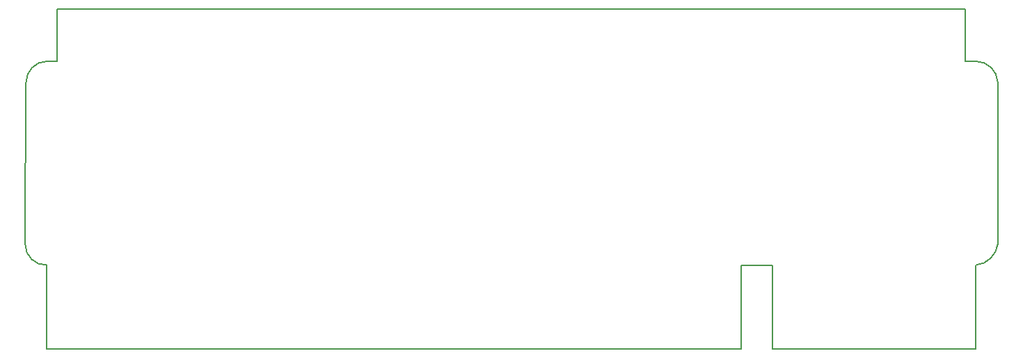
<source format=gbr>
G04 #@! TF.GenerationSoftware,KiCad,Pcbnew,(6.0.6-0)*
G04 #@! TF.CreationDate,2022-10-11T13:41:26+09:00*
G04 #@! TF.ProjectId,MahJamma,4d61684a-616d-46d6-912e-6b696361645f,rev?*
G04 #@! TF.SameCoordinates,Original*
G04 #@! TF.FileFunction,Profile,NP*
%FSLAX46Y46*%
G04 Gerber Fmt 4.6, Leading zero omitted, Abs format (unit mm)*
G04 Created by KiCad (PCBNEW (6.0.6-0)) date 2022-10-11 13:41:26*
%MOMM*%
%LPD*%
G01*
G04 APERTURE LIST*
G04 #@! TA.AperFunction,Profile*
%ADD10C,0.200000*%
G04 #@! TD*
G04 APERTURE END LIST*
D10*
X182880000Y-81280000D02*
X186690000Y-81280000D01*
X210185000Y-56515000D02*
X211455000Y-56515000D01*
X210185000Y-50165000D02*
X210185000Y-56515000D01*
X214103963Y-59054999D02*
G75*
G03*
X211455000Y-56515000I-2648963J-111301D01*
G01*
X95885000Y-59055000D02*
X95776051Y-78740000D01*
X186690000Y-81280000D02*
X186690000Y-91440000D01*
X211454998Y-81279978D02*
G75*
G03*
X214103949Y-78740000I-279498J2942778D01*
G01*
X98425000Y-91440000D02*
X182880000Y-91440000D01*
X98425000Y-56515000D02*
G75*
G03*
X95885000Y-59055000I0J-2540000D01*
G01*
X99695000Y-50165000D02*
X210185000Y-50165000D01*
X214103949Y-59055000D02*
X214103949Y-78740000D01*
X182880000Y-91440000D02*
X182880000Y-81280000D01*
X99695000Y-56515000D02*
X98425000Y-56515000D01*
X99695000Y-50165000D02*
X99695000Y-56515000D01*
X98425000Y-81280000D02*
X98425000Y-91440000D01*
X95776021Y-78740000D02*
G75*
G03*
X98425000Y-81280000I2525079J-17900D01*
G01*
X211455000Y-91440000D02*
X211455000Y-81280000D01*
X186690000Y-91440000D02*
X211455000Y-91440000D01*
M02*

</source>
